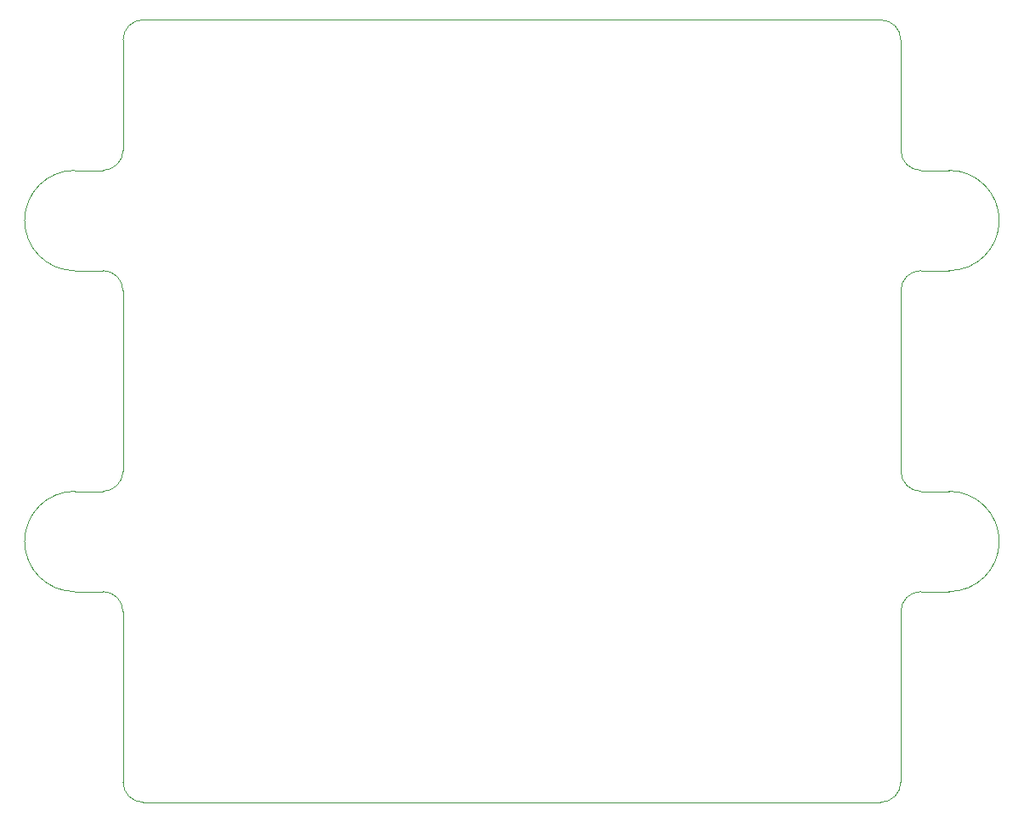
<source format=gbr>
%TF.GenerationSoftware,KiCad,Pcbnew,8.0.2*%
%TF.CreationDate,2025-08-03T00:44:16+02:00*%
%TF.ProjectId,MarinaWatch,4d617269-6e61-4576-9174-63682e6b6963,rev?*%
%TF.SameCoordinates,Original*%
%TF.FileFunction,Profile,NP*%
%FSLAX46Y46*%
G04 Gerber Fmt 4.6, Leading zero omitted, Abs format (unit mm)*
G04 Created by KiCad (PCBNEW 8.0.2) date 2025-08-03 00:44:16*
%MOMM*%
%LPD*%
G01*
G04 APERTURE LIST*
%TA.AperFunction,Profile*%
%ADD10C,0.050000*%
%TD*%
G04 APERTURE END LIST*
D10*
X118400000Y-123000000D02*
X121200000Y-123000000D01*
X202700000Y-91000000D02*
G75*
G02*
X200700000Y-89000000I0J2000000D01*
G01*
X202700000Y-123000000D02*
G75*
G02*
X200700000Y-121000000I0J2000000D01*
G01*
X118400000Y-101000000D02*
X121200000Y-101000000D01*
X118400000Y-133000000D02*
G75*
G02*
X118400000Y-123000000I0J5000000D01*
G01*
X200700000Y-152000000D02*
G75*
G02*
X198700000Y-154000000I-2000000J0D01*
G01*
X200700000Y-121000000D02*
X200700000Y-103000000D01*
X205500000Y-123000000D02*
G75*
G02*
X205500000Y-133000000I0J-5000000D01*
G01*
X205500000Y-91000000D02*
G75*
G02*
X205500000Y-101000000I0J-5000000D01*
G01*
X198700000Y-76000000D02*
X125200000Y-76000000D01*
X205500000Y-123000000D02*
X202700000Y-123000000D01*
X118400000Y-91000000D02*
X121200000Y-91000000D01*
X118400000Y-101000000D02*
G75*
G02*
X118400000Y-91000000I0J5000000D01*
G01*
X123200000Y-89000000D02*
G75*
G02*
X121200000Y-91000000I-2000000J0D01*
G01*
X205500000Y-101000000D02*
X202700000Y-101000000D01*
X205500000Y-133000000D02*
X202700000Y-133000000D01*
X123200000Y-78000000D02*
X123200000Y-89000000D01*
X121200000Y-101000000D02*
G75*
G02*
X123200000Y-103000000I0J-2000000D01*
G01*
X118400000Y-133000000D02*
X121200000Y-133000000D01*
X125200000Y-154000000D02*
X198700000Y-154000000D01*
X200700000Y-78000000D02*
X200700000Y-89000000D01*
X200700000Y-135000000D02*
X200700000Y-152000000D01*
X205500000Y-91000000D02*
X202700000Y-91000000D01*
X121200000Y-133000000D02*
G75*
G02*
X123200000Y-135000000I0J-2000000D01*
G01*
X123200000Y-78000000D02*
G75*
G02*
X125200000Y-76000000I2000000J0D01*
G01*
X200700000Y-135000000D02*
G75*
G02*
X202700000Y-133000000I2000000J0D01*
G01*
X123200000Y-103000000D02*
X123200000Y-121000000D01*
X200700000Y-103000000D02*
G75*
G02*
X202700000Y-101000000I2000000J0D01*
G01*
X123200000Y-121000000D02*
G75*
G02*
X121200000Y-123000000I-2000000J0D01*
G01*
X125200000Y-154000000D02*
G75*
G02*
X123200000Y-152000000I0J2000000D01*
G01*
X198700000Y-76000000D02*
G75*
G02*
X200699999Y-78000000I-7101J-2007100D01*
G01*
X123200000Y-135000000D02*
X123200000Y-152000000D01*
M02*

</source>
